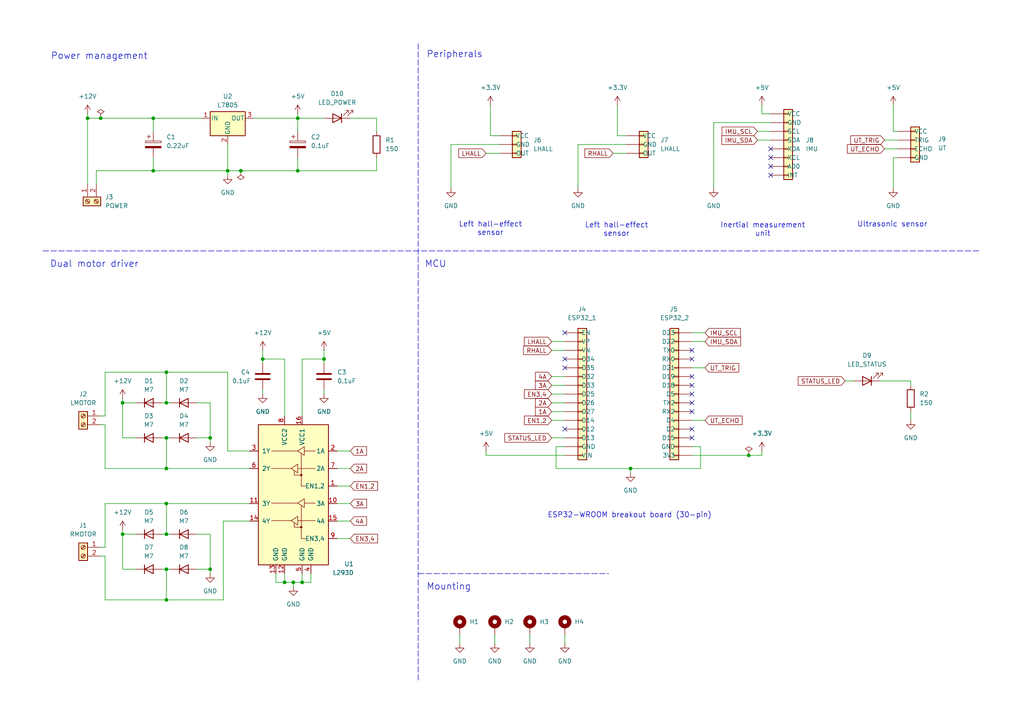
<source format=kicad_sch>
(kicad_sch (version 20231120) (generator "eeschema") (generator_version "8.0")
  (paper "A4")
  (title_block (title "Mobrob Tank") (date "2024-05-31") (rev "1.0") (company "Miika & Essi"))
  (lib_symbols
    (symbol "Conn_01x03_1" (pin_numbers hide) (pin_names (offset 1.016))
      (property "Reference" "J6" (at 4.826 1.27 0))
      (property "Value" "LHALL" (at 4.826 -1.27 0))
      (symbol "Conn_01x03_1_1_1"
        (rectangle (start -1.27 -2.413) (end 0 -2.667) (stroke (width 0.1524)))
        (rectangle (start -1.27 0.127) (end 0 -0.127) (stroke (width 0.1524)))
        (rectangle (start -1.27 2.667) (end 0 2.413) (stroke (width 0.1524)))
        (rectangle (start -1.27 3.81) (end 1.27 -3.81) (stroke (width 0.254)) (fill (type background)))
        (pin passive line (at -5.08 2.54 0) (length 3.81) (name "VCC") (number "1"))
        (pin passive line (at -5.08 0 0) (length 3.81) (name "GND") (number "2"))
        (pin passive line (at -5.08 -2.54 0) (length 3.81) (name "OUT") (number "3"))
      )
    )
    (symbol "Conn_01x15_1" (pin_numbers hide) (pin_names (offset 1.016))
      (property "Reference" "J4" (at -1.27 24.638 0))
      (property "Value" "ESP32_1" (at -4.318 22.098 0))
      (symbol "Conn_01x15_1_1_1"
        (rectangle (start -1.27 -17.653) (end 0 -17.907) (stroke (width 0.1524)))
        (rectangle (start -1.27 -15.113) (end 0 -15.367) (stroke (width 0.1524)))
        (rectangle (start -1.27 -12.573) (end 0 -12.827) (stroke (width 0.1524)))
        (rectangle (start -1.27 -10.033) (end 0 -10.287) (stroke (width 0.1524)))
        (rectangle (start -1.27 -7.493) (end 0 -7.747) (stroke (width 0.1524)))
        (rectangle (start -1.27 -4.953) (end 0 -5.207) (stroke (width 0.1524)))
        (rectangle (start -1.27 -2.413) (end 0 -2.667) (stroke (width 0.1524)))
        (rectangle (start -1.27 0.127) (end 0 -0.127) (stroke (width 0.1524)))
        (rectangle (start -1.27 2.667) (end 0 2.413) (stroke (width 0.1524)))
        (rectangle (start -1.27 5.207) (end 0 4.953) (stroke (width 0.1524)))
        (rectangle (start -1.27 7.747) (end 0 7.493) (stroke (width 0.1524)))
        (rectangle (start -1.27 10.287) (end 0 10.033) (stroke (width 0.1524)))
        (rectangle (start -1.27 12.827) (end 0 12.573) (stroke (width 0.1524)))
        (rectangle (start -1.27 15.367) (end 0 15.113) (stroke (width 0.1524)))
        (rectangle (start -1.27 17.907) (end 0 17.653) (stroke (width 0.1524)))
        (rectangle (start -1.27 19.05) (end 1.27 -19.05) (stroke (width 0.254)) (fill (type background)))
        (pin passive line (at -5.08 17.78 0) (length 3.81) (name "EN") (number "1"))
        (pin passive line (at -5.08 -5.08 0) (length 3.81) (name "D27") (number "10"))
        (pin passive line (at -5.08 -7.62 0) (length 3.81) (name "D14") (number "11"))
        (pin passive line (at -5.08 -10.16 0) (length 3.81) (name "D12") (number "12"))
        (pin passive line (at -5.08 -12.7 0) (length 3.81) (name "D13") (number "13"))
        (pin passive line (at -5.08 -15.24 0) (length 3.81) (name "GND") (number "14"))
        (pin passive line (at -5.08 -17.78 0) (length 3.81) (name "VIN") (number "15"))
        (pin passive line (at -5.08 15.24 0) (length 3.81) (name "VP") (number "2"))
        (pin passive line (at -5.08 12.7 0) (length 3.81) (name "VN") (number "3"))
        (pin passive line (at -5.08 10.16 0) (length 3.81) (name "D34") (number "4"))
        (pin passive line (at -5.08 7.62 0) (length 3.81) (name "D35") (number "5"))
        (pin passive line (at -5.08 5.08 0) (length 3.81) (name "D32") (number "6"))
        (pin passive line (at -5.08 2.54 0) (length 3.81) (name "D33") (number "7"))
        (pin passive line (at -5.08 0 0) (length 3.81) (name "D25") (number "8"))
        (pin passive line (at -5.08 -2.54 0) (length 3.81) (name "D26") (number "9"))
      )
    )
    (symbol "Connector:Screw_Terminal_01x02" (pin_names (offset 1.016) hide)
      (property "Reference" "J" (at 0 2.54 0))
      (property "Value" "Screw_Terminal_01x02" (at 0 -5.08 0))
      (symbol "Screw_Terminal_01x02_1_1"
        (rectangle (start -1.27 1.27) (end 1.27 -3.81) (stroke (width 0.254)) (fill (type background)))
        (circle (center 0 -2.54) (radius 0.635) (stroke (width 0.1524)))
        (polyline (pts (xy -0.5334 -2.2098) (xy 0.3302 -3.048)) (stroke (width 0.1524)))
        (polyline (pts (xy -0.5334 0.3302) (xy 0.3302 -0.508)) (stroke (width 0.1524)))
        (polyline (pts (xy -0.3556 -2.032) (xy 0.508 -2.8702)) (stroke (width 0.1524)))
        (polyline (pts (xy -0.3556 0.508) (xy 0.508 -0.3302)) (stroke (width 0.1524)))
        (circle (center 0 0) (radius 0.635) (stroke (width 0.1524)))
        (pin passive line (at -5.08 0 0) (length 3.81) (name "Pin_1") (number "1"))
        (pin passive line (at -5.08 -2.54 0) (length 3.81) (name "Pin_2") (number "2"))
      )
    )
    (symbol "Connector_Generic:Conn_01x03" (pin_numbers hide) (pin_names (offset 1.016))
      (property "Reference" "J7" (at 4.826 1.27 0))
      (property "Value" "LHALL" (at 4.826 -1.27 0))
      (symbol "Conn_01x03_1_1"
        (rectangle (start -1.27 -2.413) (end 0 -2.667) (stroke (width 0.1524)))
        (rectangle (start -1.27 0.127) (end 0 -0.127) (stroke (width 0.1524)))
        (rectangle (start -1.27 2.667) (end 0 2.413) (stroke (width 0.1524)))
        (rectangle (start -1.27 3.81) (end 1.27 -3.81) (stroke (width 0.254)) (fill (type background)))
        (pin passive line (at -5.08 2.54 0) (length 3.81) (name "VCC") (number "1"))
        (pin passive line (at -5.08 0 0) (length 3.81) (name "GND") (number "2"))
        (pin passive line (at -5.08 -2.54 0) (length 3.81) (name "OUT") (number "3"))
      )
    )
    (symbol "Connector_Generic:Conn_01x04" (pin_numbers hide) (pin_names (offset 1.016))
      (property "Reference" "J9" (at 2.54 0.0001 0))
      (property "Value" "UT" (at 2.54 -2.5399 0))
      (symbol "Conn_01x04_1_1"
        (rectangle (start -1.27 -4.953) (end 0 -5.207) (stroke (width 0.1524)))
        (rectangle (start -1.27 -2.413) (end 0 -2.667) (stroke (width 0.1524)))
        (rectangle (start -1.27 0.127) (end 0 -0.127) (stroke (width 0.1524)))
        (rectangle (start -1.27 2.667) (end 0 2.413) (stroke (width 0.1524)))
        (rectangle (start -1.27 3.81) (end 1.27 -6.35) (stroke (width 0.254)) (fill (type background)))
        (pin passive line (at -5.08 2.54 0) (length 3.81) (name "VCC") (number "1"))
        (pin passive line (at -5.08 0 0) (length 3.81) (name "TRIG") (number "2"))
        (pin passive line (at -5.08 -2.54 0) (length 3.81) (name "ECHO") (number "3"))
        (pin passive line (at -5.08 -5.08 0) (length 3.81) (name "GND") (number "4"))
      )
    )
    (symbol "Connector_Generic:Conn_01x08" (pin_numbers hide) (pin_names (offset 1.016))
      (property "Reference" "J6" (at 2.54 0.0001 0))
      (property "Value" "IMU" (at 2.54 -2.5399 0))
      (symbol "Conn_01x08_1_1"
        (rectangle (start -1.27 -10.033) (end 0 -10.287) (stroke (width 0.1524)))
        (rectangle (start -1.27 -7.493) (end 0 -7.747) (stroke (width 0.1524)))
        (rectangle (start -1.27 -4.953) (end 0 -5.207) (stroke (width 0.1524)))
        (rectangle (start -1.27 -2.413) (end 0 -2.667) (stroke (width 0.1524)))
        (rectangle (start -1.27 0.127) (end 0 -0.127) (stroke (width 0.1524)))
        (rectangle (start -1.27 2.667) (end 0 2.413) (stroke (width 0.1524)))
        (rectangle (start -1.27 5.207) (end 0 4.953) (stroke (width 0.1524)))
        (rectangle (start -1.27 7.747) (end 0 7.493) (stroke (width 0.1524)))
        (rectangle (start -1.27 8.89) (end 1.27 -11.43) (stroke (width 0.254)) (fill (type background)))
        (pin passive line (at -5.08 7.62 0) (length 3.81) (name "VCC") (number "1"))
        (pin passive line (at -5.08 5.08 0) (length 3.81) (name "GND") (number "2"))
        (pin passive line (at -5.08 2.54 0) (length 3.81) (name "SCL") (number "3"))
        (pin passive line (at -5.08 0 0) (length 3.81) (name "SDA") (number "4"))
        (pin passive line (at -5.08 -2.54 0) (length 3.81) (name "XDA") (number "5"))
        (pin passive line (at -5.08 -5.08 0) (length 3.81) (name "XCL") (number "6"))
        (pin passive line (at -5.08 -7.62 0) (length 3.81) (name "AD0") (number "7"))
        (pin passive line (at -5.08 -10.16 0) (length 3.81) (name "INT") (number "8"))
      )
    )
    (symbol "Connector_Generic:Conn_01x15" (pin_numbers hide) (pin_names (offset 1.016))
      (property "Reference" "J" (at 0 20.32 0))
      (property "Value" "Conn_01x15" (at 0 -20.32 0))
      (symbol "Conn_01x15_1_1"
        (rectangle (start -1.27 -17.653) (end 0 -17.907) (stroke (width 0.1524)))
        (rectangle (start -1.27 -15.113) (end 0 -15.367) (stroke (width 0.1524)))
        (rectangle (start -1.27 -12.573) (end 0 -12.827) (stroke (width 0.1524)))
        (rectangle (start -1.27 -10.033) (end 0 -10.287) (stroke (width 0.1524)))
        (rectangle (start -1.27 -7.493) (end 0 -7.747) (stroke (width 0.1524)))
        (rectangle (start -1.27 -4.953) (end 0 -5.207) (stroke (width 0.1524)))
        (rectangle (start -1.27 -2.413) (end 0 -2.667) (stroke (width 0.1524)))
        (rectangle (start -1.27 0.127) (end 0 -0.127) (stroke (width 0.1524)))
        (rectangle (start -1.27 2.667) (end 0 2.413) (stroke (width 0.1524)))
        (rectangle (start -1.27 5.207) (end 0 4.953) (stroke (width 0.1524)))
        (rectangle (start -1.27 7.747) (end 0 7.493) (stroke (width 0.1524)))
        (rectangle (start -1.27 10.287) (end 0 10.033) (stroke (width 0.1524)))
        (rectangle (start -1.27 12.827) (end 0 12.573) (stroke (width 0.1524)))
        (rectangle (start -1.27 15.367) (end 0 15.113) (stroke (width 0.1524)))
        (rectangle (start -1.27 17.907) (end 0 17.653) (stroke (width 0.1524)))
        (rectangle (start -1.27 19.05) (end 1.27 -19.05) (stroke (width 0.254)) (fill (type background)))
        (pin passive line (at -5.08 17.78 0) (length 3.81) (name "D23") (number "1"))
        (pin passive line (at -5.08 -5.08 0) (length 3.81) (name "RX2") (number "10"))
        (pin passive line (at -5.08 -7.62 0) (length 3.81) (name "D4") (number "11"))
        (pin passive line (at -5.08 -10.16 0) (length 3.81) (name "D2") (number "12"))
        (pin passive line (at -5.08 -12.7 0) (length 3.81) (name "D15") (number "13"))
        (pin passive line (at -5.08 -15.24 0) (length 3.81) (name "GND") (number "14"))
        (pin passive line (at -5.08 -17.78 0) (length 3.81) (name "3V3") (number "15"))
        (pin passive line (at -5.08 15.24 0) (length 3.81) (name "D22") (number "2"))
        (pin passive line (at -5.08 12.7 0) (length 3.81) (name "TX0") (number "3"))
        (pin passive line (at -5.08 10.16 0) (length 3.81) (name "RX0") (number "4"))
        (pin passive line (at -5.08 7.62 0) (length 3.81) (name "D21") (number "5"))
        (pin passive line (at -5.08 5.08 0) (length 3.81) (name "D19") (number "6"))
        (pin passive line (at -5.08 2.54 0) (length 3.81) (name "D18") (number "7"))
        (pin passive line (at -5.08 0 0) (length 3.81) (name "D5") (number "8"))
        (pin passive line (at -5.08 -2.54 0) (length 3.81) (name "TX2") (number "9"))
      )
    )
    (symbol "Device:C" (pin_numbers hide) (pin_names (offset 0.254))
      (property "Reference" "C" (at 0.635 2.54 0))
      (property "Value" "C" (at 0.635 -2.54 0))
      (symbol "C_0_1"
        (polyline (pts (xy -2.032 -0.762) (xy 2.032 -0.762)) (stroke (width 0.508)))
        (polyline (pts (xy -2.032 0.762) (xy 2.032 0.762)) (stroke (width 0.508)))
      )
      (symbol "C_1_1"
        (pin passive line (at 0 3.81 270) (length 2.794) (name "~") (number "1"))
        (pin passive line (at 0 -3.81 90) (length 2.794) (name "~") (number "2"))
      )
    )
    (symbol "Device:C_Polarized" (pin_numbers hide) (pin_names (offset 0.254))
      (property "Reference" "C" (at 0.635 2.54 0))
      (property "Value" "C_Polarized" (at 0.635 -2.54 0))
      (symbol "C_Polarized_0_1"
        (rectangle (start -2.286 0.508) (end 2.286 1.016))
        (polyline (pts (xy -1.778 2.286) (xy -0.762 2.286)))
        (polyline (pts (xy -1.27 2.794) (xy -1.27 1.778)))
        (rectangle (start 2.286 -0.508) (end -2.286 -1.016) (fill (type outline)))
      )
      (symbol "C_Polarized_1_1"
        (pin passive line (at 0 3.81 270) (length 2.794) (name "~") (number "1"))
        (pin passive line (at 0 -3.81 90) (length 2.794) (name "~") (number "2"))
      )
    )
    (symbol "Device:D" (pin_numbers hide) (pin_names (offset 1.016) hide)
      (property "Reference" "D" (at 0 2.54 0))
      (property "Value" "D" (at 0 -2.54 0))
      (symbol "D_0_1"
        (polyline (pts (xy -1.27 1.27) (xy -1.27 -1.27)) (stroke (width 0.254)))
        (polyline (pts (xy 1.27 0) (xy -1.27 0)))
        (polyline (pts (xy 1.27 1.27) (xy 1.27 -1.27) (xy -1.27 0) (xy 1.27 1.27)) (stroke (width 0.254)))
      )
      (symbol "D_1_1"
        (pin passive line (at -3.81 0 0) (length 2.54) (name "K") (number "1"))
        (pin passive line (at 3.81 0 180) (length 2.54) (name "A") (number "2"))
      )
    )
    (symbol "Device:LED" (pin_numbers hide) (pin_names (offset 1.016) hide)
      (property "Reference" "D" (at 0 2.54 0))
      (property "Value" "LED" (at 0 -2.54 0))
      (symbol "LED_0_1"
        (polyline (pts (xy -1.27 -1.27) (xy -1.27 1.27)) (stroke (width 0.254)))
        (polyline (pts (xy -1.27 0) (xy 1.27 0)))
        (polyline (pts (xy 1.27 -1.27) (xy 1.27 1.27) (xy -1.27 0) (xy 1.27 -1.27)) (stroke (width 0.254)))
        (polyline (pts (xy -3.048 -0.762) (xy -4.572 -2.286) (xy -3.81 -2.286) (xy -4.572 -2.286) (xy -4.572 -1.524)))
        (polyline (pts (xy -1.778 -0.762) (xy -3.302 -2.286) (xy -2.54 -2.286) (xy -3.302 -2.286) (xy -3.302 -1.524)))
      )
      (symbol "LED_1_1"
        (pin passive line (at -3.81 0 0) (length 2.54) (name "K") (number "1"))
        (pin passive line (at 3.81 0 180) (length 2.54) (name "A") (number "2"))
      )
    )
    (symbol "Device:R" (pin_numbers hide) (pin_names (offset 0))
      (property "Reference" "R" (at 2.032 0 90))
      (property "Value" "R" (at 0 0 90))
      (symbol "R_0_1"
        (rectangle (start -1.016 -2.54) (end 1.016 2.54) (stroke (width 0.254)))
      )
      (symbol "R_1_1"
        (pin passive line (at 0 3.81 270) (length 1.27) (name "~") (number "1"))
        (pin passive line (at 0 -3.81 90) (length 1.27) (name "~") (number "2"))
      )
    )
    (symbol "Driver_Motor:L293D" (pin_names (offset 1.016))
      (property "Reference" "U" (at -5.08 26.035 0))
      (property "Value" "L293D" (at -5.08 24.13 0))
      (symbol "L293D_0_1"
        (rectangle (start -10.16 22.86) (end 10.16 -17.78) (stroke (width 0.254)) (fill (type background)))
        (circle (center -2.286 -6.858) (radius 0.254) (fill (type outline)))
        (circle (center -2.286 8.255) (radius 0.254) (fill (type outline)))
        (polyline (pts (xy -6.35 -4.953) (xy -1.27 -4.953)))
        (polyline (pts (xy -6.35 0.127) (xy -3.175 0.127)))
        (polyline (pts (xy -6.35 10.16) (xy -1.27 10.16)))
        (polyline (pts (xy -6.35 15.24) (xy -3.175 15.24)))
        (polyline (pts (xy -1.27 0.127) (xy 6.35 0.127)))
        (polyline (pts (xy -1.27 15.24) (xy 6.35 15.24)))
        (polyline (pts (xy 0.635 -4.953) (xy 6.35 -4.953)))
        (polyline (pts (xy 0.635 10.16) (xy 6.35 10.16)))
        (polyline (pts (xy -2.286 -6.858) (xy -0.254 -6.858) (xy -0.254 -5.588)))
        (polyline (pts (xy -2.286 -0.635) (xy -2.286 -10.16) (xy -3.556 -10.16)))
        (polyline (pts (xy -2.286 8.255) (xy -0.254 8.255) (xy -0.254 9.525)))
        (polyline (pts (xy -2.286 14.478) (xy -2.286 5.08) (xy -3.556 5.08)))
        (polyline (pts (xy -3.175 1.397) (xy -3.175 -1.143) (xy -1.27 0.127) (xy -3.175 1.397)))
        (polyline (pts (xy -3.175 16.51) (xy -3.175 13.97) (xy -1.27 15.24) (xy -3.175 16.51)))
        (polyline (pts (xy -1.27 -3.683) (xy -1.27 -6.223) (xy 0.635 -4.953) (xy -1.27 -3.683)))
        (polyline (pts (xy -1.27 11.43) (xy -1.27 8.89) (xy 0.635 10.16) (xy -1.27 11.43)))
      )
      (symbol "L293D_1_1"
        (pin input line (at -12.7 5.08 0) (length 2.54) (name "EN1,2") (number "1"))
        (pin input line (at -12.7 0 0) (length 2.54) (name "3A") (number "10"))
        (pin output line (at 12.7 0 180) (length 2.54) (name "3Y") (number "11"))
        (pin power_in line (at 2.54 -20.32 90) (length 2.54) (name "GND") (number "12"))
        (pin power_in line (at 5.08 -20.32 90) (length 2.54) (name "GND") (number "13"))
        (pin output line (at 12.7 -5.08 180) (length 2.54) (name "4Y") (number "14"))
        (pin input line (at -12.7 -5.08 0) (length 2.54) (name "4A") (number "15"))
        (pin power_in line (at -2.54 25.4 270) (length 2.54) (name "VCC1") (number "16"))
        (pin input line (at -12.7 15.24 0) (length 2.54) (name "1A") (number "2"))
        (pin output line (at 12.7 15.24 180) (length 2.54) (name "1Y") (number "3"))
        (pin power_in line (at -5.08 -20.32 90) (length 2.54) (name "GND") (number "4"))
        (pin power_in line (at -2.54 -20.32 90) (length 2.54) (name "GND") (number "5"))
        (pin output line (at 12.7 10.16 180) (length 2.54) (name "2Y") (number "6"))
        (pin input line (at -12.7 10.16 0) (length 2.54) (name "2A") (number "7"))
        (pin power_in line (at 2.54 25.4 270) (length 2.54) (name "VCC2") (number "8"))
        (pin input line (at -12.7 -10.16 0) (length 2.54) (name "EN3,4") (number "9"))
      )
    )
    (symbol "Mechanical:MountingHole_Pad" (pin_numbers hide) (pin_names (offset 1.016) hide) (exclude_from_sim yes) (in_bom no)
      (property "Reference" "H" (at 0 6.35 0))
      (property "Value" "MountingHole_Pad" (at 0 4.445 0))
      (symbol "MountingHole_Pad_0_1"
        (circle (center 0 1.27) (radius 1.27) (stroke (width 1.27)))
      )
      (symbol "MountingHole_Pad_1_1"
        (pin input line (at 0 -2.54 90) (length 2.54) (name "1") (number "1"))
      )
    )
    (symbol "Regulator_Linear:L7805" (pin_names (offset 0.254))
      (property "Reference" "U" (at -3.81 3.175 0))
      (property "Value" "L7805" (at 0 3.175 0))
      (symbol "L7805_0_1"
        (rectangle (start -5.08 1.905) (end 5.08 -5.08) (stroke (width 0.254)) (fill (type background)))
      )
      (symbol "L7805_1_1"
        (pin power_in line (at -7.62 0 0) (length 2.54) (name "IN") (number "1"))
        (pin power_in line (at 0 -7.62 90) (length 2.54) (name "GND") (number "2"))
        (pin power_out line (at 7.62 0 180) (length 2.54) (name "OUT") (number "3"))
      )
    )
    (symbol "power:+12V" (power) (pin_numbers hide) (pin_names (offset 0) hide)
      (property "Value" "+12V" (at 0 3.556 0))
      (symbol "+12V_0_1"
        (polyline (pts (xy -0.762 1.27) (xy 0 2.54)))
        (polyline (pts (xy 0 0) (xy 0 2.54)))
        (polyline (pts (xy 0 2.54) (xy 0.762 1.27)))
      )
      (symbol "+12V_1_1"
        (pin power_in line (at 0 0 90) (length 0) (name "~") (number "1"))
      )
    )
    (symbol "power:+3.3V" (power) (pin_numbers hide) (pin_names (offset 0) hide)
      (property "Value" "+3.3V" (at 0 3.556 0))
      (symbol "+3.3V_0_1"
        (polyline (pts (xy -0.762 1.27) (xy 0 2.54)))
        (polyline (pts (xy 0 0) (xy 0 2.54)))
        (polyline (pts (xy 0 2.54) (xy 0.762 1.27)))
      )
      (symbol "+3.3V_1_1"
        (pin power_in line (at 0 0 90) (length 0) (name "~") (number "1"))
      )
    )
    (symbol "power:+5V" (power) (pin_numbers hide) (pin_names (offset 0) hide)
      (property "Value" "+5V" (at 0 3.556 0))
      (symbol "+5V_0_1"
        (polyline (pts (xy -0.762 1.27) (xy 0 2.54)))
        (polyline (pts (xy 0 0) (xy 0 2.54)))
        (polyline (pts (xy 0 2.54) (xy 0.762 1.27)))
      )
      (symbol "+5V_1_1"
        (pin power_in line (at 0 0 90) (length 0) (name "~") (number "1"))
      )
    )
    (symbol "power:GND" (power) (pin_numbers hide) (pin_names (offset 0) hide)
      (property "Value" "GND" (at 0 -3.81 0))
      (symbol "GND_0_1"
        (polyline (pts (xy 0 0) (xy 0 -1.27) (xy 1.27 -1.27) (xy 0 -2.54) (xy -1.27 -1.27) (xy 0 -1.27)))
      )
      (symbol "GND_1_1"
        (pin power_in line (at 0 0 270) (length 0) (name "~") (number "1"))
      )
    )
    (symbol "power:PWR_FLAG" (power) (pin_numbers hide) (pin_names (offset 0) hide)
      (property "Value" "PWR_FLAG" (at 0 3.81 0))
      (symbol "PWR_FLAG_0_0"
        (pin power_out line (at 0 0 90) (length 0) (name "~") (number "1"))
      )
      (symbol "PWR_FLAG_0_1"
        (polyline (pts (xy 0 0) (xy 0 1.27) (xy -1.016 1.905) (xy 0 2.54) (xy 1.016 1.905) (xy 0 1.27)))
      )
    )
  )
  (junction (at 82.55 168.91))
  (junction (at 48.26 107.95))
  (junction (at 29.21 34.29))
  (junction (at 182.88 135.89))
  (junction (at 60.96 165.1))
  (junction (at 25.4 34.29))
  (junction (at 44.45 34.29))
  (junction (at 60.96 127))
  (junction (at 48.26 116.84))
  (junction (at 35.56 154.94))
  (junction (at 44.45 49.53))
  (junction (at 48.26 146.05))
  (junction (at 217.17 132.08))
  (junction (at 48.26 135.89))
  (junction (at 35.56 116.84))
  (junction (at 48.26 173.99))
  (junction (at 87.63 168.91))
  (junction (at 86.36 34.29))
  (junction (at 93.98 104.14))
  (junction (at 76.2 104.14))
  (junction (at 69.85 49.53))
  (junction (at 66.04 49.53))
  (junction (at 48.26 154.94))
  (junction (at 86.36 49.53))
  (junction (at 48.26 127))
  (junction (at 85.09 168.91))
  (junction (at 48.26 165.1))
  (no_connect (at 163.83 124.46))
  (no_connect (at 200.66 124.46))
  (no_connect (at 200.66 101.6))
  (no_connect (at 200.66 114.3))
  (no_connect (at 200.66 104.14))
  (no_connect (at 223.52 50.8))
  (no_connect (at 223.52 45.72))
  (no_connect (at 200.66 127))
  (no_connect (at 200.66 116.84))
  (no_connect (at 163.83 96.52))
  (no_connect (at 163.83 106.68))
  (no_connect (at 223.52 43.18))
  (no_connect (at 200.66 111.76))
  (no_connect (at 163.83 104.14))
  (no_connect (at 223.52 48.26))
  (no_connect (at 200.66 119.38))
  (no_connect (at 200.66 109.22))
  (wire (pts (xy 142.24 30.48) (xy 142.24 39.37)))
  (wire (pts (xy 46.99 165.1) (xy 48.26 165.1)))
  (wire (pts (xy 29.21 123.19) (xy 30.48 123.19)))
  (wire (pts (xy 167.64 41.91) (xy 167.64 54.61)))
  (wire (pts (xy 48.26 173.99) (xy 64.77 173.99)))
  (wire (pts (xy 259.08 45.72) (xy 260.35 45.72)))
  (wire (pts (xy 181.61 41.91) (xy 167.64 41.91)))
  (wire (pts (xy 27.94 49.53) (xy 44.45 49.53)))
  (wire (pts (xy 130.81 41.91) (xy 130.81 54.61)))
  (wire (pts (xy 144.78 41.91) (xy 130.81 41.91)))
  (wire (pts (xy 90.17 168.91) (xy 90.17 166.37)))
  (wire (pts (xy 48.26 135.89) (xy 72.39 135.89)))
  (wire (pts (xy 109.22 45.72) (xy 109.22 49.53)))
  (wire (pts (xy 203.2 129.54) (xy 203.2 135.89)))
  (wire (pts (xy 64.77 173.99) (xy 64.77 151.13)))
  (wire (pts (xy 200.66 132.08) (xy 217.17 132.08)))
  (wire (pts (xy 30.48 173.99) (xy 48.26 173.99)))
  (wire (pts (xy 44.45 49.53) (xy 66.04 49.53)))
  (wire (pts (xy 30.48 146.05) (xy 48.26 146.05)))
  (wire (pts (xy 48.26 107.95) (xy 66.04 107.95)))
  (wire (pts (xy 60.96 128.27) (xy 60.96 127)))
  (wire (pts (xy 97.79 135.89) (xy 101.6 135.89)))
  (wire (pts (xy 27.94 49.53) (xy 27.94 53.34)))
  (wire (pts (xy 30.48 107.95) (xy 48.26 107.95)))
  (wire (pts (xy 76.2 104.14) (xy 82.55 104.14)))
  (polyline (pts (xy 121.285 166.37) (xy 176.53 166.37)) (stroke (width 0) (type dash)))
  (wire (pts (xy 160.02 119.38) (xy 163.83 119.38)))
  (wire (pts (xy 82.55 168.91) (xy 85.09 168.91)))
  (wire (pts (xy 223.52 33.02) (xy 220.98 33.02)))
  (wire (pts (xy 30.48 161.29) (xy 30.48 173.99)))
  (wire (pts (xy 87.63 104.14) (xy 93.98 104.14)))
  (wire (pts (xy 48.26 146.05) (xy 72.39 146.05)))
  (wire (pts (xy 93.98 105.41) (xy 93.98 104.14)))
  (wire (pts (xy 223.52 38.1) (xy 219.71 38.1)))
  (wire (pts (xy 80.01 168.91) (xy 82.55 168.91)))
  (wire (pts (xy 85.09 168.91) (xy 85.09 170.18)))
  (polyline (pts (xy 121.285 12.7) (xy 121.285 197.485)) (stroke (width 0) (type dash)))
  (wire (pts (xy 177.8 44.45) (xy 181.61 44.45)))
  (wire (pts (xy 60.96 166.37) (xy 60.96 165.1)))
  (wire (pts (xy 82.55 166.37) (xy 82.55 168.91)))
  (wire (pts (xy 30.48 158.75) (xy 30.48 146.05)))
  (wire (pts (xy 200.66 121.92) (xy 204.47 121.92)))
  (wire (pts (xy 264.16 110.49) (xy 264.16 111.76)))
  (wire (pts (xy 35.56 153.67) (xy 35.56 154.94)))
  (wire (pts (xy 109.22 34.29) (xy 109.22 38.1)))
  (wire (pts (xy 140.97 132.08) (xy 163.83 132.08)))
  (wire (pts (xy 97.79 130.81) (xy 101.6 130.81)))
  (wire (pts (xy 25.4 34.29) (xy 25.4 53.34)))
  (wire (pts (xy 220.98 132.08) (xy 220.98 130.81)))
  (wire (pts (xy 200.66 129.54) (xy 203.2 129.54)))
  (wire (pts (xy 48.26 146.05) (xy 48.26 154.94)))
  (wire (pts (xy 35.56 116.84) (xy 39.37 116.84)))
  (wire (pts (xy 86.36 49.53) (xy 109.22 49.53)))
  (wire (pts (xy 25.4 34.29) (xy 29.21 34.29)))
  (wire (pts (xy 29.21 34.29) (xy 44.45 34.29)))
  (wire (pts (xy 97.79 146.05) (xy 101.6 146.05)))
  (wire (pts (xy 35.56 116.84) (xy 35.56 127)))
  (wire (pts (xy 163.83 184.15) (xy 163.83 186.69)))
  (wire (pts (xy 181.61 39.37) (xy 179.07 39.37)))
  (wire (pts (xy 87.63 166.37) (xy 87.63 168.91)))
  (wire (pts (xy 245.11 110.49) (xy 247.65 110.49)))
  (wire (pts (xy 153.67 184.15) (xy 153.67 186.69)))
  (wire (pts (xy 25.4 33.02) (xy 25.4 34.29)))
  (wire (pts (xy 101.6 34.29) (xy 109.22 34.29)))
  (wire (pts (xy 48.26 165.1) (xy 49.53 165.1)))
  (wire (pts (xy 48.26 165.1) (xy 48.26 173.99)))
  (wire (pts (xy 85.09 168.91) (xy 87.63 168.91)))
  (wire (pts (xy 86.36 45.72) (xy 86.36 49.53)))
  (wire (pts (xy 161.29 135.89) (xy 182.88 135.89)))
  (wire (pts (xy 260.35 38.1) (xy 259.08 38.1)))
  (wire (pts (xy 66.04 49.53) (xy 66.04 50.8)))
  (wire (pts (xy 46.99 154.94) (xy 48.26 154.94)))
  (wire (pts (xy 44.45 34.29) (xy 44.45 38.1)))
  (wire (pts (xy 133.35 184.15) (xy 133.35 186.69)))
  (wire (pts (xy 57.15 165.1) (xy 60.96 165.1)))
  (wire (pts (xy 44.45 45.72) (xy 44.45 49.53)))
  (wire (pts (xy 48.26 116.84) (xy 49.53 116.84)))
  (wire (pts (xy 86.36 34.29) (xy 93.98 34.29)))
  (wire (pts (xy 87.63 168.91) (xy 90.17 168.91)))
  (wire (pts (xy 64.77 151.13) (xy 72.39 151.13)))
  (wire (pts (xy 140.97 44.45) (xy 144.78 44.45)))
  (wire (pts (xy 160.02 111.76) (xy 163.83 111.76)))
  (wire (pts (xy 66.04 130.81) (xy 66.04 107.95)))
  (wire (pts (xy 179.07 30.48) (xy 179.07 39.37)))
  (wire (pts (xy 217.17 132.08) (xy 220.98 132.08)))
  (wire (pts (xy 35.56 115.57) (xy 35.56 116.84)))
  (wire (pts (xy 160.02 99.06) (xy 163.83 99.06)))
  (wire (pts (xy 160.02 114.3) (xy 163.83 114.3)))
  (wire (pts (xy 73.66 34.29) (xy 86.36 34.29)))
  (wire (pts (xy 48.26 154.94) (xy 49.53 154.94)))
  (wire (pts (xy 161.29 129.54) (xy 161.29 135.89)))
  (wire (pts (xy 86.36 34.29) (xy 86.36 38.1)))
  (wire (pts (xy 57.15 116.84) (xy 60.96 116.84)))
  (wire (pts (xy 264.16 119.38) (xy 264.16 121.92)))
  (wire (pts (xy 46.99 127) (xy 48.26 127)))
  (wire (pts (xy 223.52 35.56) (xy 207.01 35.56)))
  (wire (pts (xy 48.26 127) (xy 49.53 127)))
  (wire (pts (xy 207.01 35.56) (xy 207.01 54.61)))
  (wire (pts (xy 160.02 116.84) (xy 163.83 116.84)))
  (wire (pts (xy 93.98 113.03) (xy 93.98 114.3)))
  (wire (pts (xy 143.51 184.15) (xy 143.51 186.69)))
  (wire (pts (xy 144.78 39.37) (xy 142.24 39.37)))
  (wire (pts (xy 220.98 30.48) (xy 220.98 33.02)))
  (wire (pts (xy 30.48 123.19) (xy 30.48 135.89)))
  (wire (pts (xy 260.35 40.64) (xy 256.54 40.64)))
  (polyline (pts (xy 12.446 72.771) (xy 284.226 72.771)) (stroke (width 0) (type dash)))
  (wire (pts (xy 60.96 127) (xy 60.96 116.84)))
  (wire (pts (xy 66.04 49.53) (xy 69.85 49.53)))
  (wire (pts (xy 80.01 166.37) (xy 80.01 168.91)))
  (wire (pts (xy 66.04 41.91) (xy 66.04 49.53)))
  (wire (pts (xy 97.79 156.21) (xy 101.6 156.21)))
  (wire (pts (xy 140.97 130.81) (xy 140.97 132.08)))
  (wire (pts (xy 200.66 106.68) (xy 204.47 106.68)))
  (wire (pts (xy 223.52 40.64) (xy 219.71 40.64)))
  (wire (pts (xy 200.66 96.52) (xy 204.47 96.52)))
  (wire (pts (xy 48.26 107.95) (xy 48.26 116.84)))
  (wire (pts (xy 182.88 135.89) (xy 203.2 135.89)))
  (wire (pts (xy 255.27 110.49) (xy 264.16 110.49)))
  (wire (pts (xy 69.85 49.53) (xy 86.36 49.53)))
  (wire (pts (xy 87.63 104.14) (xy 87.63 120.65)))
  (wire (pts (xy 57.15 154.94) (xy 60.96 154.94)))
  (wire (pts (xy 46.99 116.84) (xy 48.26 116.84)))
  (wire (pts (xy 76.2 101.6) (xy 76.2 104.14)))
  (wire (pts (xy 259.08 45.72) (xy 259.08 54.61)))
  (wire (pts (xy 93.98 101.6) (xy 93.98 104.14)))
  (wire (pts (xy 29.21 120.65) (xy 30.48 120.65)))
  (wire (pts (xy 200.66 99.06) (xy 204.47 99.06)))
  (wire (pts (xy 160.02 121.92) (xy 163.83 121.92)))
  (wire (pts (xy 48.26 127) (xy 48.26 135.89)))
  (wire (pts (xy 35.56 154.94) (xy 39.37 154.94)))
  (wire (pts (xy 86.36 33.02) (xy 86.36 34.29)))
  (wire (pts (xy 160.02 127) (xy 163.83 127)))
  (wire (pts (xy 57.15 127) (xy 60.96 127)))
  (wire (pts (xy 160.02 109.22) (xy 163.83 109.22)))
  (wire (pts (xy 259.08 30.48) (xy 259.08 38.1)))
  (wire (pts (xy 163.83 129.54) (xy 161.29 129.54)))
  (wire (pts (xy 35.56 165.1) (xy 39.37 165.1)))
  (wire (pts (xy 35.56 154.94) (xy 35.56 165.1)))
  (wire (pts (xy 160.02 101.6) (xy 163.83 101.6)))
  (wire (pts (xy 76.2 113.03) (xy 76.2 114.3)))
  (wire (pts (xy 76.2 104.14) (xy 76.2 105.41)))
  (wire (pts (xy 35.56 127) (xy 39.37 127)))
  (wire (pts (xy 182.88 135.89) (xy 182.88 137.16)))
  (wire (pts (xy 260.35 43.18) (xy 256.54 43.18)))
  (wire (pts (xy 97.79 151.13) (xy 101.6 151.13)))
  (wire (pts (xy 29.21 158.75) (xy 30.48 158.75)))
  (wire (pts (xy 60.96 165.1) (xy 60.96 154.94)))
  (wire (pts (xy 29.21 161.29) (xy 30.48 161.29)))
  (wire (pts (xy 58.42 34.29) (xy 44.45 34.29)))
  (wire (pts (xy 30.48 120.65) (xy 30.48 107.95)))
  (wire (pts (xy 82.55 104.14) (xy 82.55 120.65)))
  (wire (pts (xy 97.79 140.97) (xy 101.6 140.97)))
  (wire (pts (xy 30.48 135.89) (xy 48.26 135.89)))
  (wire (pts (xy 66.04 130.81) (xy 72.39 130.81)))
  (text "Power management" (at 14.732 15.24 0) (effects (font (size 1.905 1.905)) (justify left top)))
  (text "Dual motor driver" (at 14.478 75.565 0) (effects (font (size 1.905 1.905)) (justify left top)))
  (text "MCU" (at 123.19 75.565 0) (effects (font (size 1.905 1.905)) (justify left top)))
  (text "Left hall-effect\nsensor" (at 142.24 64.262 0) (effects (font (size 1.524 1.524)) (justify top)))
  (text "Left hall-effect\nsensor" (at 178.816 64.516 0) (effects (font (size 1.524 1.524)) (justify top)))
  (text "Mounting" (at 123.698 169.164 0) (effects (font (size 1.905 1.905)) (justify left top)))
  (text "ESP32-WROOM breakout board (30-pin)" (at 182.626 148.59 0) (effects (font (size 1.524 1.524)) (justify top)))
  (text "Inertial measurement\nunit" (at 221.234 64.516 0) (effects (font (size 1.524 1.524)) (justify top)))
  (text "Peripherals" (at 123.698 14.732 0) (effects (font (size 1.905 1.905)) (justify left top)))
  (text "Ultrasonic sensor" (at 258.826 64.262 0) (effects (font (size 1.524 1.524)) (justify top)))
  (global_label "IMU_SCL" (shape input) (at 219.71 38.1 180) (property "Intersheetrefs" "${INTERSHEET_REFS}" (effects (hide yes))))
  (global_label "UT_TRIG" (shape input) (at 204.47 106.68 0) (property "Intersheetrefs" "${INTERSHEET_REFS}" (effects (hide yes))))
  (global_label "IMU_SDA" (shape input) (at 219.71 40.64 180) (property "Intersheetrefs" "${INTERSHEET_REFS}" (effects (hide yes))))
  (global_label "UT_ECHO" (shape input) (at 256.54 43.18 180) (property "Intersheetrefs" "${INTERSHEET_REFS}" (effects (hide yes))))
  (global_label "UT_ECHO" (shape input) (at 204.47 121.92 0) (property "Intersheetrefs" "${INTERSHEET_REFS}" (effects (hide yes))))
  (global_label "IMU_SDA" (shape input) (at 204.47 99.06 0) (property "Intersheetrefs" "${INTERSHEET_REFS}" (effects (hide yes))))
  (global_label "3A" (shape input) (at 101.6 146.05 0) (property "Intersheetrefs" "${INTERSHEET_REFS}" (effects (hide yes))))
  (global_label "STATUS_LED" (shape input) (at 245.11 110.49 180) (property "Intersheetrefs" "${INTERSHEET_REFS}" (effects (hide yes))))
  (global_label "1A" (shape input) (at 101.6 130.81 0) (property "Intersheetrefs" "${INTERSHEET_REFS}" (effects (hide yes))))
  (global_label "STATUS_LED" (shape input) (at 160.02 127 180) (property "Intersheetrefs" "${INTERSHEET_REFS}" (effects (hide yes))))
  (global_label "EN3,4" (shape input) (at 160.02 114.3 180) (property "Intersheetrefs" "${INTERSHEET_REFS}" (effects (hide yes))))
  (global_label "1A" (shape input) (at 160.02 119.38 180) (property "Intersheetrefs" "${INTERSHEET_REFS}" (effects (hide yes))))
  (global_label "IMU_SCL" (shape input) (at 204.47 96.52 0) (property "Intersheetrefs" "${INTERSHEET_REFS}" (effects (hide yes))))
  (global_label "EN1,2" (shape input) (at 160.02 121.92 180) (property "Intersheetrefs" "${INTERSHEET_REFS}" (effects (hide yes))))
  (global_label "RHALL" (shape input) (at 177.8 44.45 180) (property "Intersheetrefs" "${INTERSHEET_REFS}" (effects (hide yes))))
  (global_label "UT_TRIG" (shape input) (at 256.54 40.64 180) (property "Intersheetrefs" "${INTERSHEET_REFS}" (effects (hide yes))))
  (global_label "4A" (shape input) (at 101.6 151.13 0) (property "Intersheetrefs" "${INTERSHEET_REFS}" (effects (hide yes))))
  (global_label "2A" (shape input) (at 101.6 135.89 0) (property "Intersheetrefs" "${INTERSHEET_REFS}" (effects (hide yes))))
  (global_label "EN3,4" (shape input) (at 101.6 156.21 0) (property "Intersheetrefs" "${INTERSHEET_REFS}" (effects (hide yes))))
  (global_label "RHALL" (shape input) (at 160.02 101.6 180) (property "Intersheetrefs" "${INTERSHEET_REFS}" (effects (hide yes))))
  (global_label "LHALL" (shape input) (at 160.02 99.06 180) (property "Intersheetrefs" "${INTERSHEET_REFS}" (effects (hide yes))))
  (global_label "4A" (shape input) (at 160.02 109.22 180) (property "Intersheetrefs" "${INTERSHEET_REFS}" (effects (hide yes))))
  (global_label "3A" (shape input) (at 160.02 111.76 180) (property "Intersheetrefs" "${INTERSHEET_REFS}" (effects (hide yes))))
  (global_label "LHALL" (shape input) (at 140.97 44.45 180) (property "Intersheetrefs" "${INTERSHEET_REFS}" (effects (hide yes))))
  (global_label "2A" (shape input) (at 160.02 116.84 180) (property "Intersheetrefs" "${INTERSHEET_REFS}" (effects (hide yes))))
  (global_label "EN1,2" (shape input) (at 101.6 140.97 0) (property "Intersheetrefs" "${INTERSHEET_REFS}" (effects (hide yes))))
  (symbol (lib_id "power:GND") (at 264.16 121.92 0) (unit 1)
    (property "Reference" "#PWR05" (effects (hide yes)))
    (property "Value" "GND" (at 264.16 127 0))
    (property "Description" "Power symbol creates a global label with name \"GND\" , ground" (effects (hide yes)))
  )
  (symbol (lib_id "power:+5V") (at 93.98 101.6 0) (unit 1)
    (property "Reference" "#PWR016" (effects (hide yes)))
    (property "Value" "+5V" (at 93.98 96.52 0))
    (property "Description" "Power symbol creates a global label with name \"+5V\"" (effects (hide yes)))
  )
  (symbol (lib_id "Mechanical:MountingHole_Pad") (at 143.51 181.61 0) (unit 1) (exclude_from_sim yes) (in_bom no)
    (property "Reference" "H2" (at 146.304 180.34 0) (effects (justify left)))
    (property "Value" "MountingHole_Pad" (effects (hide yes)))
    (property "Footprint" "MountingHole:MountingHole_3.2mm_M3_Pad_Via" (effects (hide yes)))
    (property "Description" "Mounting Hole with connection" (effects (hide yes)))
  )
  (symbol (lib_id "Device:C") (at 76.2 109.22 0) (unit 1)
    (property "Reference" "C4" (at 69.85 107.95 0) (effects (justify left)))
    (property "Value" "0.1uF" (at 67.31 110.49 0) (effects (justify left)))
    (property "Footprint" "Capacitor_SMD:C_1206_3216Metric_Pad1.33x1.80mm_HandSolder" (effects (hide yes)))
    (property "Description" "Unpolarized capacitor" (effects (hide yes)))
  )
  (symbol (lib_id "Connector:Screw_Terminal_01x02") (at 24.13 158.75 0) (mirror y) (unit 1)
    (property "Reference" "J1" (at 24.13 152.4 0))
    (property "Value" "RMOTOR" (at 24.13 154.94 0))
    (property "Footprint" "TerminalBlock_Phoenix:TerminalBlock_Phoenix_PT-1,5-2-3.5-H_1x02_P3.50mm_Horizontal" (effects (hide yes)))
    (property "Datasheet" "https://www.on-shore.com/wp-content/uploads/ED555XDS.pdf" (effects (hide yes)))
    (property "Description" "Generic screw terminal, single row, 01x02, script generated (kicad-library-utils/schlib/autogen/connector/)" (effects (hide yes)))
  )
  (symbol (lib_id "Connector_Generic:Conn_01x08") (at 228.6 40.64 0) (unit 1)
    (property "Reference" "J8" (at 233.68 40.64 0) (effects (justify left)))
    (property "Value" "IMU" (at 233.68 43.18 0) (effects (justify left)))
    (property "Footprint" "Connector_PinSocket_2.54mm:PinSocket_1x08_P2.54mm_Vertical" (effects (hide yes)))
    (property "Description" "Generic connector, single row, 01x08, script generated (kicad-library-utils/schlib/autogen/connector/)" (effects (hide yes)))
  )
  (symbol (lib_id "power:PWR_FLAG") (at 69.85 49.53 180) (unit 1)
    (property "Reference" "#FLG03" (effects (hide yes)))
    (property "Value" "PWR_FLAG" (effects (hide yes)))
    (property "Description" "Special symbol for telling ERC where power comes from" (effects (hide yes)))
  )
  (symbol (lib_id "Device:R") (at 264.16 115.57 0) (unit 1)
    (property "Reference" "R2" (at 266.7 114.2999 0) (effects (justify left)))
    (property "Value" "150" (at 266.7 116.8399 0) (effects (justify left)))
    (property "Footprint" "Resistor_SMD:R_0805_2012Metric_Pad1.20x1.40mm_HandSolder" (effects (hide yes)))
    (property "Description" "Resistor" (effects (hide yes)))
  )
  (symbol (lib_id "power:GND") (at 60.96 128.27 0) (unit 1)
    (property "Reference" "#PWR011" (effects (hide yes)))
    (property "Value" "GND" (at 60.96 133.35 0))
    (property "Description" "Power symbol creates a global label with name \"GND\" , ground" (effects (hide yes)))
  )
  (symbol (lib_id "Connector_Generic:Conn_01x15") (at 195.58 114.3 0) (mirror y) (unit 1)
    (property "Reference" "J5" (at 196.596 89.662 0) (effects (justify left)))
    (property "Value" "ESP32_2" (at 199.898 92.202 0) (effects (justify left)))
    (property "Footprint" "Connector_PinSocket_2.54mm:PinSocket_1x15_P2.54mm_Vertical" (effects (hide yes)))
    (property "Description" "Generic connector, single row, 01x15, script generated (kicad-library-utils/schlib/autogen/connector/)" (effects (hide yes)))
  )
  (symbol (lib_id "power:+5V") (at 220.98 30.48 0) (unit 1)
    (property "Reference" "#PWR08" (effects (hide yes)))
    (property "Value" "+5V" (at 220.98 25.4 0))
    (property "Description" "Power symbol creates a global label with name \"+5V\"" (effects (hide yes)))
  )
  (symbol (lib_id "power:GND") (at 93.98 114.3 0) (unit 1)
    (property "Reference" "#PWR028" (effects (hide yes)))
    (property "Value" "GND" (at 93.98 119.38 0))
    (property "Description" "Power symbol creates a global label with name \"GND\" , ground" (effects (hide yes)))
  )
  (symbol (lib_id "power:GND") (at 60.96 166.37 0) (unit 1)
    (property "Reference" "#PWR012" (effects (hide yes)))
    (property "Value" "GND" (at 60.96 171.45 0))
    (property "Description" "Power symbol creates a global label with name \"GND\" , ground" (effects (hide yes)))
  )
  (symbol (lib_id "power:+3.3V") (at 142.24 30.48 0) (unit 1)
    (property "Reference" "#PWR026" (effects (hide yes)))
    (property "Value" "+3.3V" (at 142.24 25.4 0))
    (property "Description" "Power symbol creates a global label with name \"+3.3V\"" (effects (hide yes)))
  )
  (symbol (lib_id "Device:D") (at 53.34 116.84 0) (unit 1)
    (property "Reference" "D2" (at 53.34 110.49 0))
    (property "Value" "M7" (at 53.34 113.03 0))
    (property "Footprint" "Diode_SMD:D_SMA_Handsoldering" (effects (hide yes)))
    (property "Datasheet" "https://diotec.com/request/datasheet/m1.pdf" (effects (hide yes)))
    (property "Description" "Diode" (effects (hide yes)))
    (property "Sim.Device" "D" (effects (hide yes)))
    (property "Sim.Pins" "1=K 2=A" (effects (hide yes)))
  )
  (symbol (lib_id "Device:LED") (at 251.46 110.49 180) (unit 1)
    (property "Reference" "D9" (at 251.46 103.124 0))
    (property "Value" "LED_STATUS" (at 251.46 105.664 0))
    (property "Footprint" "LED_THT:LED_D5.0mm" (effects (hide yes)))
    (property "Datasheet" "http://cdn-reichelt.de/documents/datenblatt/A500/LL-504BC2E-009.pdf" (effects (hide yes)))
    (property "Description" "Light emitting diode" (effects (hide yes)))
  )
  (symbol (lib_id "Driver_Motor:L293D") (at 85.09 146.05 0) (mirror y) (unit 1)
    (property "Reference" "U1" (at 102.616 163.576 0) (effects (justify left)))
    (property "Value" "L293D" (at 102.616 166.116 0) (effects (justify left)))
    (property "Footprint" "Package_DIP:DIP-16_W7.62mm" (effects (hide yes)))
    (property "Datasheet" "http://www.ti.com/lit/ds/symlink/l293.pdf" (effects (hide yes)))
    (property "Description" "Quadruple Half-H Drivers" (effects (hide yes)))
  )
  (symbol (lib_id "Device:D") (at 43.18 127 0) (unit 1)
    (property "Reference" "D3" (at 43.18 120.65 0))
    (property "Value" "M7" (at 43.18 123.19 0))
    (property "Footprint" "Diode_SMD:D_SMA_Handsoldering" (effects (hide yes)))
    (property "Datasheet" "https://diotec.com/request/datasheet/m1.pdf" (effects (hide yes)))
    (property "Description" "Diode" (effects (hide yes)))
    (property "Sim.Device" "D" (effects (hide yes)))
    (property "Sim.Pins" "1=K 2=A" (effects (hide yes)))
  )
  (symbol (lib_name "Conn_01x15_1") (lib_id "Connector_Generic:Conn_01x15") (at 168.91 114.3 0) (unit 1)
    (property "Reference" "J4" (at 167.64 89.662 0) (effects (justify left)))
    (property "Value" "ESP32_1" (at 164.592 92.202 0) (effects (justify left)))
    (property "Footprint" "Connector_PinSocket_2.54mm:PinSocket_1x15_P2.54mm_Vertical" (effects (hide yes)))
    (property "Description" "Generic connector, single row, 01x15, script generated (kicad-library-utils/schlib/autogen/connector/)" (effects (hide yes)))
  )
  (symbol (lib_id "Regulator_Linear:L7805") (at 66.04 34.29 0) (unit 1)
    (property "Reference" "U2" (at 66.04 27.94 0))
    (property "Value" "L7805" (at 66.04 30.48 0))
    (property "Footprint" "Package_TO_SOT_THT:TO-220-3_Vertical" (effects (hide yes)))
    (property "Datasheet" "http://www.st.com/content/ccc/resource/technical/document/datasheet/41/4f/b3/b0/12/d4/47/88/CD00000444.pdf/files/CD00000444.pdf/jcr:content/translations/en.CD00000444.pdf" (effects (hide yes)))
    (property "Description" "Positive 1.5A 35V Linear Regulator, Fixed Output 5V, TO-220/TO-263/TO-252" (effects (hide yes)))
  )
  (symbol (lib_id "power:GND") (at 259.08 54.61 0) (unit 1)
    (property "Reference" "#PWR021" (effects (hide yes)))
    (property "Value" "GND" (at 259.08 59.69 0))
    (property "Description" "Power symbol creates a global label with name \"GND\" , ground" (effects (hide yes)))
  )
  (symbol (lib_id "power:GND") (at 133.35 186.69 0) (unit 1)
    (property "Reference" "#PWR022" (effects (hide yes)))
    (property "Value" "GND" (at 133.35 191.77 0))
    (property "Description" "Power symbol creates a global label with name \"GND\" , ground" (effects (hide yes)))
  )
  (symbol (lib_id "Mechanical:MountingHole_Pad") (at 133.35 181.61 0) (unit 1) (exclude_from_sim yes) (in_bom no)
    (property "Reference" "H1" (at 136.144 180.34 0) (effects (justify left)))
    (property "Value" "MountingHole_Pad" (effects (hide yes)))
    (property "Footprint" "MountingHole:MountingHole_3.2mm_M3_Pad_Via" (effects (hide yes)))
    (property "Description" "Mounting Hole with connection" (effects (hide yes)))
  )
  (symbol (lib_id "Connector:Screw_Terminal_01x02") (at 24.13 120.65 0) (mirror y) (unit 1)
    (property "Reference" "J2" (at 24.13 114.3 0))
    (property "Value" "LMOTOR" (at 24.13 116.84 0))
    (property "Footprint" "TerminalBlock_Phoenix:TerminalBlock_Phoenix_PT-1,5-2-3.5-H_1x02_P3.50mm_Horizontal" (effects (hide yes)))
    (property "Datasheet" "https://www.on-shore.com/wp-content/uploads/ED555XDS.pdf" (effects (hide yes)))
    (property "Description" "Generic screw terminal, single row, 01x02, script generated (kicad-library-utils/schlib/autogen/connector/)" (effects (hide yes)))
  )
  (symbol (lib_id "Device:R") (at 109.22 41.91 0) (unit 1)
    (property "Reference" "R1" (at 111.76 40.6399 0) (effects (justify left)))
    (property "Value" "150" (at 111.76 43.1799 0) (effects (justify left)))
    (property "Footprint" "Resistor_SMD:R_0805_2012Metric_Pad1.20x1.40mm_HandSolder" (effects (hide yes)))
    (property "Description" "Resistor" (effects (hide yes)))
  )
  (symbol (lib_id "power:+12V") (at 25.4 33.02 0) (unit 1)
    (property "Reference" "#PWR018" (effects (hide yes)))
    (property "Value" "+12V" (at 25.4 27.94 0))
    (property "Description" "Power symbol creates a global label with name \"+12V\"" (effects (hide yes)))
  )
  (symbol (lib_id "power:GND") (at 85.09 170.18 0) (unit 1)
    (property "Reference" "#PWR03" (effects (hide yes)))
    (property "Value" "GND" (at 85.09 175.26 0))
    (property "Description" "Power symbol creates a global label with name \"GND\" , ground" (effects (hide yes)))
  )
  (symbol (lib_id "power:+5V") (at 140.97 130.81 0) (unit 1)
    (property "Reference" "#PWR017" (effects (hide yes)))
    (property "Value" "+5V" (at 140.97 125.73 0))
    (property "Description" "Power symbol creates a global label with name \"+5V\"" (effects (hide yes)))
  )
  (symbol (lib_id "power:+5V") (at 259.08 30.48 0) (unit 1)
    (property "Reference" "#PWR020" (effects (hide yes)))
    (property "Value" "+5V" (at 259.08 25.4 0))
    (property "Description" "Power symbol creates a global label with name \"+5V\"" (effects (hide yes)))
  )
  (symbol (lib_id "Connector_Generic:Conn_01x03") (at 186.69 41.91 0) (unit 1)
    (property "Reference" "J7" (at 191.516 40.64 0) (effects (justify left)))
    (property "Value" "LHALL" (at 191.516 43.18 0) (effects (justify left)))
    (property "Footprint" "Connector_PinHeader_2.54mm:PinHeader_1x03_P2.54mm_Vertical" (effects (hide yes)))
    (property "Description" "Generic connector, single row, 01x03, script generated (kicad-library-utils/schlib/autogen/connector/)" (effects (hide yes)))
  )
  (symbol (lib_id "Connector:Screw_Terminal_01x02") (at 25.4 58.42 90) (mirror x) (unit 1)
    (property "Reference" "J3" (at 30.48 57.1499 90) (effects (justify right)))
    (property "Value" "POWER" (at 30.48 59.6899 90) (effects (justify right)))
    (property "Footprint" "TerminalBlock_Phoenix:TerminalBlock_Phoenix_PT-1,5-2-3.5-H_1x02_P3.50mm_Horizontal" (effects (hide yes)))
    (property "Datasheet" "https://www.on-shore.com/wp-content/uploads/ED555XDS.pdf" (effects (hide yes)))
    (property "Description" "Generic screw terminal, single row, 01x02, script generated (kicad-library-utils/schlib/autogen/connector/)" (effects (hide yes)))
  )
  (symbol (lib_id "power:+12V") (at 35.56 153.67 0) (unit 1)
    (property "Reference" "#PWR015" (effects (hide yes)))
    (property "Value" "+12V" (at 35.56 148.59 0))
    (property "Description" "Power symbol creates a global label with name \"+12V\"" (effects (hide yes)))
  )
  (symbol (lib_id "Device:D") (at 43.18 116.84 0) (unit 1)
    (property "Reference" "D1" (at 43.18 110.49 0))
    (property "Value" "M7" (at 43.18 113.03 0))
    (property "Footprint" "Diode_SMD:D_SMA_Handsoldering" (effects (hide yes)))
    (property "Datasheet" "https://diotec.com/request/datasheet/m1.pdf" (effects (hide yes)))
    (property "Description" "Diode" (effects (hide yes)))
    (property "Sim.Device" "D" (effects (hide yes)))
    (property "Sim.Pins" "1=K 2=A" (effects (hide yes)))
  )
  (symbol (lib_id "power:GND") (at 207.01 54.61 0) (unit 1)
    (property "Reference" "#PWR07" (effects (hide yes)))
    (property "Value" "GND" (at 207.01 59.69 0))
    (property "Description" "Power symbol creates a global label with name \"GND\" , ground" (effects (hide yes)))
  )
  (symbol (lib_id "power:PWR_FLAG") (at 217.17 132.08 0) (unit 1)
    (property "Reference" "#FLG01" (effects (hide yes)))
    (property "Value" "PWR_FLAG" (effects (hide yes)))
    (property "Description" "Special symbol for telling ERC where power comes from" (effects (hide yes)))
  )
  (symbol (lib_id "Device:D") (at 53.34 127 0) (unit 1)
    (property "Reference" "D4" (at 53.34 120.65 0))
    (property "Value" "M7" (at 53.34 123.19 0))
    (property "Footprint" "Diode_SMD:D_SMA_Handsoldering" (effects (hide yes)))
    (property "Datasheet" "https://diotec.com/request/datasheet/m1.pdf" (effects (hide yes)))
    (property "Description" "Diode" (effects (hide yes)))
    (property "Sim.Device" "D" (effects (hide yes)))
    (property "Sim.Pins" "1=K 2=A" (effects (hide yes)))
  )
  (symbol (lib_id "Connector_Generic:Conn_01x04") (at 265.43 40.64 0) (unit 1)
    (property "Reference" "J9" (at 272.034 40.386 0) (effects (justify left)))
    (property "Value" "UT" (at 272.034 42.926 0) (effects (justify left)))
    (property "Footprint" "Connector_PinHeader_2.54mm:PinHeader_1x04_P2.54mm_Vertical" (effects (hide yes)))
    (property "Description" "Generic connector, single row, 01x04, script generated (kicad-library-utils/schlib/autogen/connector/)" (effects (hide yes)))
  )
  (symbol (lib_id "Device:D") (at 43.18 165.1 0) (unit 1)
    (property "Reference" "D7" (at 43.18 158.75 0))
    (property "Value" "M7" (at 43.18 161.29 0))
    (property "Footprint" "Diode_SMD:D_SMA_Handsoldering" (effects (hide yes)))
    (property "Datasheet" "https://diotec.com/request/datasheet/m1.pdf" (effects (hide yes)))
    (property "Description" "Diode" (effects (hide yes)))
    (property "Sim.Device" "D" (effects (hide yes)))
    (property "Sim.Pins" "1=K 2=A" (effects (hide yes)))
  )
  (symbol (lib_id "power:GND") (at 182.88 137.16 0) (unit 1)
    (property "Reference" "#PWR01" (effects (hide yes)))
    (property "Value" "GND" (at 182.88 142.24 0))
    (property "Description" "Power symbol creates a global label with name \"GND\" , ground" (effects (hide yes)))
  )
  (symbol (lib_id "power:GND") (at 76.2 114.3 0) (unit 1)
    (property "Reference" "#PWR027" (effects (hide yes)))
    (property "Value" "GND" (at 76.2 119.38 0))
    (property "Description" "Power symbol creates a global label with name \"GND\" , ground" (effects (hide yes)))
  )
  (symbol (lib_id "power:GND") (at 153.67 186.69 0) (unit 1)
    (property "Reference" "#PWR024" (effects (hide yes)))
    (property "Value" "GND" (at 153.67 191.77 0))
    (property "Description" "Power symbol creates a global label with name \"GND\" , ground" (effects (hide yes)))
  )
  (symbol (lib_id "Device:LED") (at 97.79 34.29 180) (unit 1)
    (property "Reference" "D10" (at 97.79 27.178 0))
    (property "Value" "LED_POWER" (at 97.79 29.718 0))
    (property "Footprint" "LED_SMD:LED_1206_3216Metric_Pad1.42x1.75mm_HandSolder" (effects (hide yes)))
    (property "Datasheet" "https://optoelectronics.liteon.com/upload/download/DS-22-98-0004/LTST-C150GKT.pdf" (effects (hide yes)))
    (property "Description" "Light emitting diode" (effects (hide yes)))
  )
  (symbol (lib_id "power:GND") (at 66.04 50.8 0) (unit 1)
    (property "Reference" "#PWR06" (effects (hide yes)))
    (property "Value" "GND" (at 66.04 55.88 0))
    (property "Description" "Power symbol creates a global label with name \"GND\" , ground" (effects (hide yes)))
  )
  (symbol (lib_name "Conn_01x03_1") (lib_id "Connector_Generic:Conn_01x03") (at 149.86 41.91 0) (unit 1)
    (property "Reference" "J6" (at 154.686 40.64 0) (effects (justify left)))
    (property "Value" "LHALL" (at 154.686 43.18 0) (effects (justify left)))
    (property "Footprint" "Connector_PinHeader_2.54mm:PinHeader_1x03_P2.54mm_Vertical" (effects (hide yes)))
    (property "Description" "Generic connector, single row, 01x03, script generated (kicad-library-utils/schlib/autogen/connector/)" (effects (hide yes)))
  )
  (symbol (lib_id "power:PWR_FLAG") (at 29.21 34.29 0) (unit 1)
    (property "Reference" "#FLG02" (effects (hide yes)))
    (property "Value" "PWR_FLAG" (effects (hide yes)))
    (property "Description" "Special symbol for telling ERC where power comes from" (effects (hide yes)))
  )
  (symbol (lib_id "power:+5V") (at 86.36 33.02 0) (unit 1)
    (property "Reference" "#PWR019" (effects (hide yes)))
    (property "Value" "+5V" (at 86.36 27.94 0))
    (property "Description" "Power symbol creates a global label with name \"+5V\"" (effects (hide yes)))
  )
  (symbol (lib_id "power:GND") (at 167.64 54.61 0) (unit 1)
    (property "Reference" "#PWR04" (effects (hide yes)))
    (property "Value" "GND" (at 167.64 59.69 0))
    (property "Description" "Power symbol creates a global label with name \"GND\" , ground" (effects (hide yes)))
  )
  (symbol (lib_id "Device:C") (at 93.98 109.22 0) (unit 1)
    (property "Reference" "C3" (at 97.79 107.9499 0) (effects (justify left)))
    (property "Value" "0.1uF" (at 97.79 110.4899 0) (effects (justify left)))
    (property "Footprint" "Capacitor_SMD:C_1206_3216Metric_Pad1.33x1.80mm_HandSolder" (effects (hide yes)))
    (property "Description" "Unpolarized capacitor" (effects (hide yes)))
  )
  (symbol (lib_id "Device:D") (at 53.34 154.94 0) (unit 1)
    (property "Reference" "D6" (at 53.34 148.59 0))
    (property "Value" "M7" (at 53.34 151.13 0))
    (property "Footprint" "Diode_SMD:D_SMA_Handsoldering" (effects (hide yes)))
    (property "Datasheet" "https://diotec.com/request/datasheet/m1.pdf" (effects (hide yes)))
    (property "Description" "Diode" (effects (hide yes)))
    (property "Sim.Device" "D" (effects (hide yes)))
    (property "Sim.Pins" "1=K 2=A" (effects (hide yes)))
  )
  (symbol (lib_id "power:+3.3V") (at 220.98 130.81 0) (unit 1)
    (property "Reference" "#PWR09" (effects (hide yes)))
    (property "Value" "+3.3V" (at 220.98 125.73 0))
    (property "Description" "Power symbol creates a global label with name \"+3.3V\"" (effects (hide yes)))
  )
  (symbol (lib_id "power:+3.3V") (at 179.07 30.48 0) (unit 1)
    (property "Reference" "#PWR010" (effects (hide yes)))
    (property "Value" "+3.3V" (at 179.07 25.4 0))
    (property "Description" "Power symbol creates a global label with name \"+3.3V\"" (effects (hide yes)))
  )
  (symbol (lib_id "Device:D") (at 43.18 154.94 0) (unit 1)
    (property "Reference" "D5" (at 43.18 148.59 0))
    (property "Value" "M7" (at 43.18 151.13 0))
    (property "Footprint" "Diode_SMD:D_SMA_Handsoldering" (effects (hide yes)))
    (property "Datasheet" "https://diotec.com/request/datasheet/m1.pdf" (effects (hide yes)))
    (property "Description" "Diode" (effects (hide yes)))
    (property "Sim.Device" "D" (effects (hide yes)))
    (property "Sim.Pins" "1=K 2=A" (effects (hide yes)))
  )
  (symbol (lib_id "power:GND") (at 143.51 186.69 0) (unit 1)
    (property "Reference" "#PWR023" (effects (hide yes)))
    (property "Value" "GND" (at 143.51 191.77 0))
    (property "Description" "Power symbol creates a global label with name \"GND\" , ground" (effects (hide yes)))
  )
  (symbol (lib_id "Mechanical:MountingHole_Pad") (at 153.67 181.61 0) (unit 1) (exclude_from_sim yes) (in_bom no)
    (property "Reference" "H3" (at 156.464 180.34 0) (effects (justify left)))
    (property "Value" "MountingHole_Pad" (effects (hide yes)))
    (property "Footprint" "MountingHole:MountingHole_3.2mm_M3_Pad_Via" (effects (hide yes)))
    (property "Description" "Mounting Hole with connection" (effects (hide yes)))
  )
  (symbol (lib_id "Device:C_Polarized") (at 44.45 41.91 0) (unit 1)
    (property "Reference" "C1" (at 48.26 39.7509 0) (effects (justify left)))
    (property "Value" "0.22uF" (at 48.26 42.2909 0) (effects (justify left)))
    (property "Footprint" "Capacitor_THT:CP_Radial_D10.0mm_P5.00mm" (effects (hide yes)))
    (property "Description" "Polarized capacitor" (effects (hide yes)))
  )
  (symbol (lib_id "Device:D") (at 53.34 165.1 0) (unit 1)
    (property "Reference" "D8" (at 53.34 158.75 0))
    (property "Value" "M7" (at 53.34 161.29 0))
    (property "Footprint" "Diode_SMD:D_SMA_Handsoldering" (effects (hide yes)))
    (property "Datasheet" "https://diotec.com/request/datasheet/m1.pdf" (effects (hide yes)))
    (property "Description" "Diode" (effects (hide yes)))
    (property "Sim.Device" "D" (effects (hide yes)))
    (property "Sim.Pins" "1=K 2=A" (effects (hide yes)))
  )
  (symbol (lib_id "power:+12V") (at 35.56 115.57 0) (unit 1)
    (property "Reference" "#PWR014" (effects (hide yes)))
    (property "Value" "+12V" (at 35.56 110.49 0))
    (property "Description" "Power symbol creates a global label with name \"+12V\"" (effects (hide yes)))
  )
  (symbol (lib_id "power:GND") (at 163.83 186.69 0) (unit 1)
    (property "Reference" "#PWR025" (effects (hide yes)))
    (property "Value" "GND" (at 163.83 191.77 0))
    (property "Description" "Power symbol creates a global label with name \"GND\" , ground" (effects (hide yes)))
  )
  (symbol (lib_id "Device:C_Polarized") (at 86.36 41.91 0) (unit 1)
    (property "Reference" "C2" (at 90.17 39.7509 0) (effects (justify left)))
    (property "Value" "0.1uF" (at 90.17 42.2909 0) (effects (justify left)))
    (property "Footprint" "Capacitor_THT:CP_Radial_D10.0mm_P5.00mm" (effects (hide yes)))
    (property "Description" "Polarized capacitor" (effects (hide yes)))
  )
  (symbol (lib_id "Mechanical:MountingHole_Pad") (at 163.83 181.61 0) (unit 1) (exclude_from_sim yes) (in_bom no)
    (property "Reference" "H4" (at 166.624 180.34 0) (effects (justify left)))
    (property "Value" "MountingHole_Pad" (effects (hide yes)))
    (property "Footprint" "MountingHole:MountingHole_3.2mm_M3_Pad_Via" (effects (hide yes)))
    (property "Description" "Mounting Hole with connection" (effects (hide yes)))
  )
  (symbol (lib_id "power:+12V") (at 76.2 101.6 0) (unit 1)
    (property "Reference" "#PWR013" (effects (hide yes)))
    (property "Value" "+12V" (at 76.2 96.52 0))
    (property "Description" "Power symbol creates a global label with name \"+12V\"" (effects (hide yes)))
  )
  (symbol (lib_id "power:GND") (at 130.81 54.61 0) (unit 1)
    (property "Reference" "#PWR02" (effects (hide yes)))
    (property "Value" "GND" (at 130.81 59.69 0))
    (property "Description" "Power symbol creates a global label with name \"GND\" , ground" (effects (hide yes)))
  )
)
</source>
